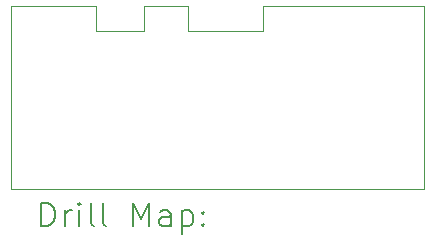
<source format=gbr>
%TF.GenerationSoftware,KiCad,Pcbnew,7.0.7*%
%TF.CreationDate,2024-04-09T13:37:02-07:00*%
%TF.ProjectId,Side B,53696465-2042-42e6-9b69-6361645f7063,rev?*%
%TF.SameCoordinates,Original*%
%TF.FileFunction,Drillmap*%
%TF.FilePolarity,Positive*%
%FSLAX45Y45*%
G04 Gerber Fmt 4.5, Leading zero omitted, Abs format (unit mm)*
G04 Created by KiCad (PCBNEW 7.0.7) date 2024-04-09 13:37:02*
%MOMM*%
%LPD*%
G01*
G04 APERTURE LIST*
%ADD10C,0.100000*%
%ADD11C,0.200000*%
G04 APERTURE END LIST*
D10*
X15183530Y-9230000D02*
X15183530Y-9439912D01*
X14774870Y-9439912D02*
X14774870Y-9230000D01*
X15556747Y-9439912D02*
X15556747Y-9230000D01*
X17555760Y-10780000D02*
X17555760Y-9230000D01*
X14055760Y-9230000D02*
X14055760Y-10780000D01*
X14774870Y-9230000D02*
X14055760Y-9230000D01*
X15183530Y-9439912D02*
X14774870Y-9439912D01*
X16189776Y-9230000D02*
X16189776Y-9439912D01*
X15556747Y-9230000D02*
X15183530Y-9230000D01*
X16189776Y-9439912D02*
X15556747Y-9439912D01*
X14055760Y-10780000D02*
X17555760Y-10780000D01*
X17555760Y-9230000D02*
X16189776Y-9230000D01*
D11*
X14311537Y-11096484D02*
X14311537Y-10896484D01*
X14311537Y-10896484D02*
X14359156Y-10896484D01*
X14359156Y-10896484D02*
X14387727Y-10906008D01*
X14387727Y-10906008D02*
X14406775Y-10925055D01*
X14406775Y-10925055D02*
X14416298Y-10944103D01*
X14416298Y-10944103D02*
X14425822Y-10982198D01*
X14425822Y-10982198D02*
X14425822Y-11010770D01*
X14425822Y-11010770D02*
X14416298Y-11048865D01*
X14416298Y-11048865D02*
X14406775Y-11067912D01*
X14406775Y-11067912D02*
X14387727Y-11086960D01*
X14387727Y-11086960D02*
X14359156Y-11096484D01*
X14359156Y-11096484D02*
X14311537Y-11096484D01*
X14511537Y-11096484D02*
X14511537Y-10963150D01*
X14511537Y-11001246D02*
X14521060Y-10982198D01*
X14521060Y-10982198D02*
X14530584Y-10972674D01*
X14530584Y-10972674D02*
X14549632Y-10963150D01*
X14549632Y-10963150D02*
X14568679Y-10963150D01*
X14635346Y-11096484D02*
X14635346Y-10963150D01*
X14635346Y-10896484D02*
X14625822Y-10906008D01*
X14625822Y-10906008D02*
X14635346Y-10915531D01*
X14635346Y-10915531D02*
X14644870Y-10906008D01*
X14644870Y-10906008D02*
X14635346Y-10896484D01*
X14635346Y-10896484D02*
X14635346Y-10915531D01*
X14759156Y-11096484D02*
X14740108Y-11086960D01*
X14740108Y-11086960D02*
X14730584Y-11067912D01*
X14730584Y-11067912D02*
X14730584Y-10896484D01*
X14863917Y-11096484D02*
X14844870Y-11086960D01*
X14844870Y-11086960D02*
X14835346Y-11067912D01*
X14835346Y-11067912D02*
X14835346Y-10896484D01*
X15092489Y-11096484D02*
X15092489Y-10896484D01*
X15092489Y-10896484D02*
X15159156Y-11039341D01*
X15159156Y-11039341D02*
X15225822Y-10896484D01*
X15225822Y-10896484D02*
X15225822Y-11096484D01*
X15406775Y-11096484D02*
X15406775Y-10991722D01*
X15406775Y-10991722D02*
X15397251Y-10972674D01*
X15397251Y-10972674D02*
X15378203Y-10963150D01*
X15378203Y-10963150D02*
X15340108Y-10963150D01*
X15340108Y-10963150D02*
X15321060Y-10972674D01*
X15406775Y-11086960D02*
X15387727Y-11096484D01*
X15387727Y-11096484D02*
X15340108Y-11096484D01*
X15340108Y-11096484D02*
X15321060Y-11086960D01*
X15321060Y-11086960D02*
X15311537Y-11067912D01*
X15311537Y-11067912D02*
X15311537Y-11048865D01*
X15311537Y-11048865D02*
X15321060Y-11029817D01*
X15321060Y-11029817D02*
X15340108Y-11020293D01*
X15340108Y-11020293D02*
X15387727Y-11020293D01*
X15387727Y-11020293D02*
X15406775Y-11010770D01*
X15502013Y-10963150D02*
X15502013Y-11163150D01*
X15502013Y-10972674D02*
X15521060Y-10963150D01*
X15521060Y-10963150D02*
X15559156Y-10963150D01*
X15559156Y-10963150D02*
X15578203Y-10972674D01*
X15578203Y-10972674D02*
X15587727Y-10982198D01*
X15587727Y-10982198D02*
X15597251Y-11001246D01*
X15597251Y-11001246D02*
X15597251Y-11058389D01*
X15597251Y-11058389D02*
X15587727Y-11077436D01*
X15587727Y-11077436D02*
X15578203Y-11086960D01*
X15578203Y-11086960D02*
X15559156Y-11096484D01*
X15559156Y-11096484D02*
X15521060Y-11096484D01*
X15521060Y-11096484D02*
X15502013Y-11086960D01*
X15682965Y-11077436D02*
X15692489Y-11086960D01*
X15692489Y-11086960D02*
X15682965Y-11096484D01*
X15682965Y-11096484D02*
X15673441Y-11086960D01*
X15673441Y-11086960D02*
X15682965Y-11077436D01*
X15682965Y-11077436D02*
X15682965Y-11096484D01*
X15682965Y-10972674D02*
X15692489Y-10982198D01*
X15692489Y-10982198D02*
X15682965Y-10991722D01*
X15682965Y-10991722D02*
X15673441Y-10982198D01*
X15673441Y-10982198D02*
X15682965Y-10972674D01*
X15682965Y-10972674D02*
X15682965Y-10991722D01*
M02*

</source>
